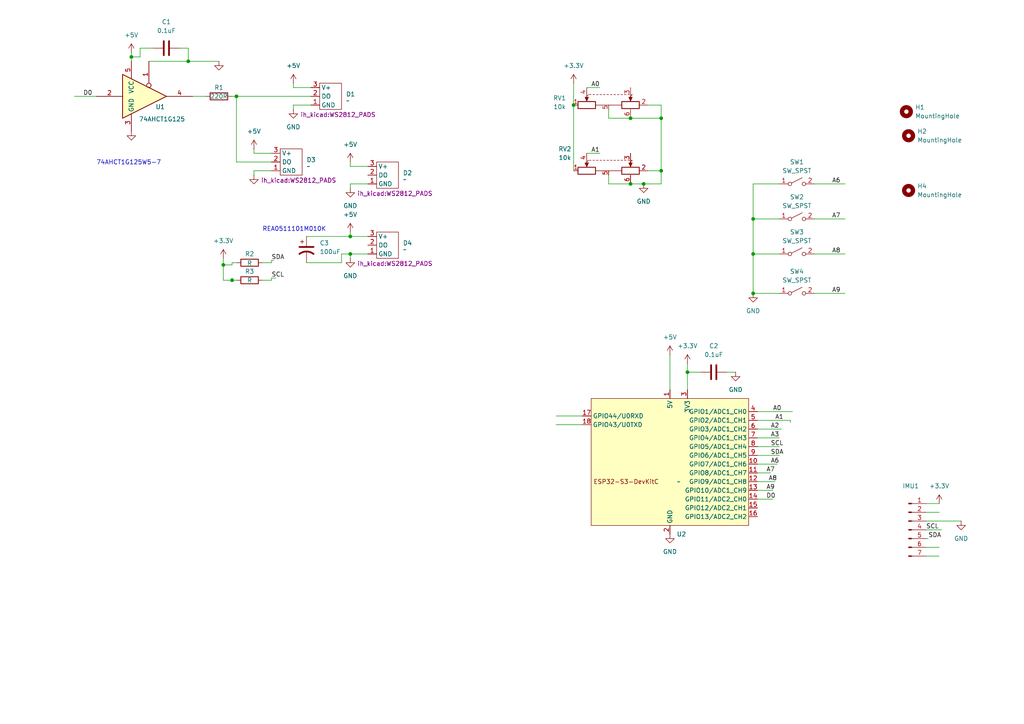
<source format=kicad_sch>
(kicad_sch (version 20231120) (generator "eeschema") (generator_version "8.0")
  (paper "A4")
  (lib_symbols
    (symbol "74xGxx:74AHCT1G125"
      (property "Reference" "U" (at -2.54 3.81 0))
      (property "Value" "74AHCT1G125" (at 0 -3.81 0))
      (symbol "74AHCT1G125_0_1"
        (polyline (pts (xy -7.62 6.35) (xy -7.62 -6.35) (xy 5.08 0) (xy -7.62 6.35)) (stroke (width 0.254)) (fill (type background)))
      )
      (symbol "74AHCT1G125_1_1"
        (pin input inverted (at 0 10.16 270) (length 7.62) (name "~") (number "1"))
        (pin input line (at -15.24 0 0) (length 7.62) (name "~") (number "2"))
        (pin power_in line (at -5.08 -10.16 90) (length 5.08) (name "GND") (number "3"))
        (pin tri_state line (at 12.7 0 180) (length 7.62) (name "~") (number "4"))
        (pin power_in line (at -5.08 10.16 270) (length 5.08) (name "VCC") (number "5"))
      )
    )
    (symbol "Connector:Conn_01x07_Pin" (pin_names (offset 1.016) hide)
      (property "Reference" "J" (at 0 10.16 0))
      (property "Value" "Conn_01x07_Pin" (at 0 -10.16 0))
      (symbol "Conn_01x07_Pin_1_1"
        (polyline (pts (xy 1.27 -7.62) (xy 0.8636 -7.62)) (stroke (width 0.1524)))
        (polyline (pts (xy 1.27 -5.08) (xy 0.8636 -5.08)) (stroke (width 0.1524)))
        (polyline (pts (xy 1.27 -2.54) (xy 0.8636 -2.54)) (stroke (width 0.1524)))
        (polyline (pts (xy 1.27 0) (xy 0.8636 0)) (stroke (width 0.1524)))
        (polyline (pts (xy 1.27 2.54) (xy 0.8636 2.54)) (stroke (width 0.1524)))
        (polyline (pts (xy 1.27 5.08) (xy 0.8636 5.08)) (stroke (width 0.1524)))
        (polyline (pts (xy 1.27 7.62) (xy 0.8636 7.62)) (stroke (width 0.1524)))
        (rectangle (start 0.8636 -7.493) (end 0 -7.747) (stroke (width 0.1524)) (fill (type outline)))
        (rectangle (start 0.8636 -4.953) (end 0 -5.207) (stroke (width 0.1524)) (fill (type outline)))
        (rectangle (start 0.8636 -2.413) (end 0 -2.667) (stroke (width 0.1524)) (fill (type outline)))
        (rectangle (start 0.8636 0.127) (end 0 -0.127) (stroke (width 0.1524)) (fill (type outline)))
        (rectangle (start 0.8636 2.667) (end 0 2.413) (stroke (width 0.1524)) (fill (type outline)))
        (rectangle (start 0.8636 5.207) (end 0 4.953) (stroke (width 0.1524)) (fill (type outline)))
        (rectangle (start 0.8636 7.747) (end 0 7.493) (stroke (width 0.1524)) (fill (type outline)))
        (pin passive line (at 5.08 7.62 180) (length 3.81) (name "Pin_1") (number "1"))
        (pin passive line (at 5.08 5.08 180) (length 3.81) (name "Pin_2") (number "2"))
        (pin passive line (at 5.08 2.54 180) (length 3.81) (name "Pin_3") (number "3"))
        (pin passive line (at 5.08 0 180) (length 3.81) (name "Pin_4") (number "4"))
        (pin passive line (at 5.08 -2.54 180) (length 3.81) (name "Pin_5") (number "5"))
        (pin passive line (at 5.08 -5.08 180) (length 3.81) (name "Pin_6") (number "6"))
        (pin passive line (at 5.08 -7.62 180) (length 3.81) (name "Pin_7") (number "7"))
      )
    )
    (symbol "Device:C" (pin_numbers hide) (pin_names (offset 0.254))
      (property "Reference" "C" (at 0.635 2.54 0))
      (property "Value" "C" (at 0.635 -2.54 0))
      (symbol "C_0_1"
        (polyline (pts (xy -2.032 -0.762) (xy 2.032 -0.762)) (stroke (width 0.508)))
        (polyline (pts (xy -2.032 0.762) (xy 2.032 0.762)) (stroke (width 0.508)))
      )
      (symbol "C_1_1"
        (pin passive line (at 0 3.81 270) (length 2.794) (name "~") (number "1"))
        (pin passive line (at 0 -3.81 90) (length 2.794) (name "~") (number "2"))
      )
    )
    (symbol "Device:C_Polarized_US" (pin_numbers hide) (pin_names (offset 0.254) hide)
      (property "Reference" "C" (at 0.635 2.54 0))
      (property "Value" "C_Polarized_US" (at 0.635 -2.54 0))
      (symbol "C_Polarized_US_0_1"
        (polyline (pts (xy -2.032 0.762) (xy 2.032 0.762)) (stroke (width 0.508)))
        (polyline (pts (xy -1.778 2.286) (xy -0.762 2.286)))
        (polyline (pts (xy -1.27 1.778) (xy -1.27 2.794)))
        (arc (start 2.032 -1.27) (mid 0 -0.5572) (end -2.032 -1.27) (stroke (width 0.508)))
      )
      (symbol "C_Polarized_US_1_1"
        (pin passive line (at 0 3.81 270) (length 2.794) (name "~") (number "1"))
        (pin passive line (at 0 -3.81 90) (length 3.302) (name "~") (number "2"))
      )
    )
    (symbol "Device:R" (pin_numbers hide) (pin_names (offset 0))
      (property "Reference" "R" (at 2.032 0 90))
      (property "Value" "R" (at 0 0 90))
      (symbol "R_0_1"
        (rectangle (start -1.016 -2.54) (end 1.016 2.54) (stroke (width 0.254)))
      )
      (symbol "R_1_1"
        (pin passive line (at 0 3.81 270) (length 1.27) (name "~") (number "1"))
        (pin passive line (at 0 -3.81 90) (length 1.27) (name "~") (number "2"))
      )
    )
    (symbol "Mechanical:MountingHole" (pin_names (offset 1.016)) (exclude_from_sim yes) (in_bom no)
      (property "Reference" "H" (at 0 5.08 0))
      (property "Value" "MountingHole" (at 0 3.175 0))
      (symbol "MountingHole_0_1"
        (circle (center 0 0) (radius 1.27) (stroke (width 1.27)))
      )
    )
    (symbol "Switch:SW_SPST" (pin_names (offset 0) hide)
      (property "Reference" "SW" (at 0 3.175 0))
      (property "Value" "SW_SPST" (at 0 -2.54 0))
      (symbol "SW_SPST_0_0"
        (circle (center -2.032 0) (radius 0.508))
        (polyline (pts (xy -1.524 0.254) (xy 1.524 1.778)))
        (circle (center 2.032 0) (radius 0.508))
      )
      (symbol "SW_SPST_1_1"
        (pin passive line (at -5.08 0 0) (length 2.54) (name "A") (number "1"))
        (pin passive line (at 5.08 0 180) (length 2.54) (name "B") (number "2"))
      )
    )
    (symbol "hattwick:R_Potentiometer_Dual_Wheel" (pin_names (offset 1.016) hide)
      (property "Reference" "RV" (at 0 3.81 0))
      (property "Value" "R_Potentiometer_Dual" (at 0 1.905 0))
      (symbol "R_Potentiometer_Dual_Wheel_0_1"
        (rectangle (start -8.89 -1.524) (end -3.81 -3.556) (stroke (width 0.254)))
        (polyline (pts (xy -6.35 0) (xy -6.35 -1.016)))
        (polyline (pts (xy -6.35 0) (xy -6.35 -1.016)))
        (polyline (pts (xy -6.35 0) (xy -5.842 0.508)))
        (polyline (pts (xy -5.588 0.508) (xy -5.08 0.508)))
        (polyline (pts (xy -4.572 0.508) (xy -4.064 0.508)))
        (polyline (pts (xy -3.81 -2.54) (xy 3.81 -2.54)))
        (polyline (pts (xy -3.556 0.508) (xy -3.048 0.508)))
        (polyline (pts (xy -2.54 0.508) (xy -2.032 0.508)))
        (polyline (pts (xy -1.524 0.508) (xy -1.016 0.508)))
        (polyline (pts (xy -0.508 0.508) (xy 0 0.508)))
        (polyline (pts (xy 0.508 0.508) (xy 1.016 0.508)))
        (polyline (pts (xy 1.524 0.508) (xy 2.032 0.508)))
        (polyline (pts (xy 2.54 0.508) (xy 3.048 0.508)))
        (polyline (pts (xy 3.556 0.508) (xy 4.064 0.508)))
        (polyline (pts (xy 4.572 0.508) (xy 5.08 0.508)))
        (polyline (pts (xy 5.588 0.508) (xy 6.096 0.508)))
        (polyline (pts (xy 6.35 0) (xy 6.35 -1.016)))
        (polyline (pts (xy 6.35 0) (xy 6.35 -1.016)))
        (polyline (pts (xy 6.604 0.508) (xy 6.858 0.508) (xy 6.35 0)))
        (polyline (pts (xy -6.35 -1.397) (xy -6.858 -0.254) (xy -5.842 -0.254) (xy -6.35 -1.397)) (fill (type outline)))
        (polyline (pts (xy 6.35 -1.397) (xy 5.842 -0.254) (xy 6.858 -0.254) (xy 6.35 -1.397)) (fill (type outline)))
        (rectangle (start 3.81 -1.524) (end 8.89 -3.556) (stroke (width 0.254)))
      )
      (symbol "R_Potentiometer_Dual_Wheel_1_0"
        (pin passive line (at 6.35 -6.35 90) (length 2.54) (name "Shield") (number "6"))
      )
      (symbol "R_Potentiometer_Dual_Wheel_1_1"
        (pin passive line (at -10.16 -2.54 0) (length 1.27) (name "1A") (number "1"))
        (pin passive line (at 11.43 -2.54 180) (length 2.54) (name "2B") (number "2"))
        (pin passive line (at 6.35 2.54 270) (length 2.54) (name "2-Wiper") (number "3"))
        (pin passive line (at -6.35 2.54 270) (length 2.54) (name "1-Wiper") (number "4"))
        (pin passive line (at 0 -3.81 90) (length 1.27) (name "Common") (number "5"))
      )
    )
    (symbol "hattwick:WS2812_Pads"
      (property "Reference" "D" (at 3.81 0 0))
      (symbol "WS2812_Pads_0_1"
        (rectangle (start -1.27 3.81) (end 5.08 -3.81))
      )
      (symbol "WS2812_Pads_1_1"
        (pin power_in line (at -3.81 -2.54 0) (length 2.54) (name "GND") (number "1"))
        (pin output line (at -3.81 0 0) (length 2.54) (name "DO") (number "2"))
        (pin power_in line (at -3.81 2.54 0) (length 2.54) (name "V+") (number "3"))
      )
    )
    (symbol "hattwick:Wifiduino-ESP32S3"
      (property "Reference" "U" (at -22.86 46.99 0))
      (symbol "Wifiduino-ESP32S3_0_0"
        (text "ESP32-S3-DevKitC" (at -15.24 0 0) (effects (font (size 1.27 1.27))))
      )
      (symbol "Wifiduino-ESP32S3_0_1"
        (rectangle (start -25.4 24.13) (end 20.32 -12.7) (fill (type background)))
      )
      (symbol "Wifiduino-ESP32S3_1_0"
        (pin bidirectional line (at 22.86 -10.16 180) (length 2.54) (name "GPIO13/ADC2_CH2") (number "16"))
        (pin bidirectional line (at -27.94 19.05 0) (length 2.54) (name "GPIO44/U0RXD") (number "17"))
        (pin bidirectional line (at -27.94 16.51 0) (length 2.54) (name "GPIO43/U0TXD") (number "18"))
        (pin power_in line (at -2.54 -15.24 90) (length 2.54) (name "GND") (number "2"))
        (pin bidirectional line (at 22.86 20.32 180) (length 2.54) (name "GPIO1/ADC1_CH0") (number "4"))
        (pin bidirectional line (at 22.86 17.78 180) (length 2.54) (name "GPIO2/ADC1_CH1") (number "5"))
      )
      (symbol "Wifiduino-ESP32S3_1_1"
        (pin power_in line (at -2.54 26.67 270) (length 2.54) (name "5V") (number "1"))
        (pin bidirectional line (at 22.86 5.08 180) (length 2.54) (name "GPIO7/ADC1_CH6") (number "10"))
        (pin bidirectional line (at 22.86 2.54 180) (length 2.54) (name "GPIO8/ADC1_CH7") (number "11"))
        (pin bidirectional line (at 22.86 0 180) (length 2.54) (name "GPIO9/ADC1_CH8") (number "12"))
        (pin bidirectional line (at 22.86 -2.54 180) (length 2.54) (name "GPIO10/ADC1_CH9") (number "13"))
        (pin bidirectional line (at 22.86 -5.08 180) (length 2.54) (name "GPIO11/ADC2_CH0") (number "14"))
        (pin bidirectional line (at 22.86 -7.62 180) (length 2.54) (name "GPIO12/ADC2_CH1") (number "15"))
        (pin power_in line (at 2.54 26.67 270) (length 2.54) (name "3V3") (number "3"))
        (pin bidirectional line (at 22.86 15.24 180) (length 2.54) (name "GPIO3/ADC1_CH2") (number "6"))
        (pin bidirectional line (at 22.86 12.7 180) (length 2.54) (name "GPIO4/ADC1_CH3") (number "7"))
        (pin bidirectional line (at 22.86 10.16 180) (length 2.54) (name "GPIO5/ADC1_CH4") (number "8"))
        (pin bidirectional line (at 22.86 7.62 180) (length 2.54) (name "GPIO6/ADC1_CH5") (number "9"))
      )
    )
    (symbol "power:+3.3V" (power) (pin_numbers hide) (pin_names (offset 0) hide)
      (property "Value" "+3.3V" (at 0 3.556 0))
      (symbol "+3.3V_0_1"
        (polyline (pts (xy -0.762 1.27) (xy 0 2.54)))
        (polyline (pts (xy 0 0) (xy 0 2.54)))
        (polyline (pts (xy 0 2.54) (xy 0.762 1.27)))
      )
      (symbol "+3.3V_1_1"
        (pin power_in line (at 0 0 90) (length 0) (name "~") (number "1"))
      )
    )
    (symbol "power:+5V" (power) (pin_numbers hide) (pin_names (offset 0) hide)
      (property "Value" "+5V" (at 0 3.556 0))
      (symbol "+5V_0_1"
        (polyline (pts (xy -0.762 1.27) (xy 0 2.54)))
        (polyline (pts (xy 0 0) (xy 0 2.54)))
        (polyline (pts (xy 0 2.54) (xy 0.762 1.27)))
      )
      (symbol "+5V_1_1"
        (pin power_in line (at 0 0 90) (length 0) (name "~") (number "1"))
      )
    )
    (symbol "power:GND" (power) (pin_numbers hide) (pin_names (offset 0) hide)
      (property "Value" "GND" (at 0 -3.81 0))
      (symbol "GND_0_1"
        (polyline (pts (xy 0 0) (xy 0 -1.27) (xy 1.27 -1.27) (xy 0 -2.54) (xy -1.27 -1.27) (xy 0 -1.27)))
      )
      (symbol "GND_1_1"
        (pin power_in line (at 0 0 270) (length 0) (name "~") (number "1"))
      )
    )
  )
  (junction (at 218.44 73.66))
  (junction (at 166.37 30.48))
  (junction (at 68.58 27.94))
  (junction (at 64.77 76.835))
  (junction (at 199.39 107.95))
  (junction (at 182.88 53.34))
  (junction (at 186.69 53.34))
  (junction (at 218.44 63.5))
  (junction (at 101.6 68.58))
  (junction (at 218.44 85.09))
  (junction (at 191.77 49.53))
  (junction (at 38.1 16.51))
  (junction (at 54.61 17.78))
  (junction (at 101.6 73.66))
  (junction (at 67.31 81.28))
  (junction (at 182.88 34.29))
  (junction (at 191.77 34.29))
  (wire (pts (xy 101.6 48.26) (xy 101.6 46.99)))
  (wire (pts (xy 90.17 25.4) (xy 85.09 25.4)))
  (wire (pts (xy 176.53 34.29) (xy 182.88 34.29)))
  (wire (pts (xy 219.71 134.62) (xy 225.425 134.62)))
  (wire (pts (xy 219.71 144.78) (xy 224.155 144.78)))
  (wire (pts (xy 219.71 121.92) (xy 229.235 121.92)))
  (wire (pts (xy 219.71 129.54) (xy 226.06 129.54)))
  (wire (pts (xy 229.235 121.92) (xy 229.235 122.555)))
  (wire (pts (xy 99.06 76.2) (xy 99.06 73.66)))
  (wire (pts (xy 199.39 107.95) (xy 199.39 113.03)))
  (wire (pts (xy 73.66 49.53) (xy 73.66 50.8)))
  (wire (pts (xy 191.77 53.34) (xy 191.77 49.53)))
  (wire (pts (xy 199.39 105.41) (xy 199.39 107.95)))
  (wire (pts (xy 106.68 48.26) (xy 101.6 48.26)))
  (wire (pts (xy 38.1 15.24) (xy 38.1 16.51)))
  (wire (pts (xy 166.37 30.48) (xy 166.37 49.53)))
  (wire (pts (xy 186.69 53.34) (xy 191.77 53.34)))
  (wire (pts (xy 218.44 63.5) (xy 218.44 73.66)))
  (wire (pts (xy 219.71 139.7) (xy 224.79 139.7)))
  (wire (pts (xy 176.53 31.75) (xy 176.53 34.29)))
  (wire (pts (xy 52.07 13.97) (xy 54.61 13.97)))
  (wire (pts (xy 76.2 76.2) (xy 78.74 76.2)))
  (wire (pts (xy 218.44 73.66) (xy 218.44 85.09)))
  (wire (pts (xy 54.61 17.78) (xy 63.5 17.78)))
  (wire (pts (xy 219.71 124.46) (xy 226.695 124.46)))
  (wire (pts (xy 191.77 49.53) (xy 191.77 34.29)))
  (wire (pts (xy 106.68 68.58) (xy 101.6 68.58)))
  (wire (pts (xy 219.71 119.38) (xy 229.87 119.38)))
  (wire (pts (xy 219.71 137.16) (xy 223.52 137.16)))
  (wire (pts (xy 64.77 76.835) (xy 64.77 81.28)))
  (wire (pts (xy 78.74 49.53) (xy 73.66 49.53)))
  (wire (pts (xy 78.74 80.645) (xy 80.01 80.645)))
  (wire (pts (xy 73.66 44.45) (xy 73.66 43.18)))
  (wire (pts (xy 64.77 76.835) (xy 67.31 76.835)))
  (wire (pts (xy 67.31 81.28) (xy 68.58 81.28)))
  (wire (pts (xy 44.45 13.97) (xy 40.64 13.97)))
  (wire (pts (xy 199.39 107.95) (xy 203.2 107.95)))
  (wire (pts (xy 268.605 146.05) (xy 272.415 146.05)))
  (wire (pts (xy 64.77 74.93) (xy 64.77 76.835)))
  (wire (pts (xy 236.22 85.09) (xy 245.11 85.09)))
  (wire (pts (xy 268.605 153.67) (xy 273.05 153.67)))
  (wire (pts (xy 67.31 81.28) (xy 67.31 80.645)))
  (wire (pts (xy 106.68 73.66) (xy 101.6 73.66)))
  (wire (pts (xy 170.18 25.4) (xy 173.99 25.4)))
  (wire (pts (xy 78.74 76.2) (xy 78.74 75.565)))
  (wire (pts (xy 21.59 27.94) (xy 27.94 27.94)))
  (wire (pts (xy 106.68 53.34) (xy 101.6 53.34)))
  (wire (pts (xy 218.44 53.34) (xy 218.44 63.5)))
  (wire (pts (xy 85.09 25.4) (xy 85.09 24.13)))
  (wire (pts (xy 88.9 68.58) (xy 101.6 68.58)))
  (wire (pts (xy 101.6 73.66) (xy 101.6 74.93)))
  (wire (pts (xy 54.61 13.97) (xy 54.61 17.78)))
  (wire (pts (xy 88.9 76.2) (xy 99.06 76.2)))
  (wire (pts (xy 219.71 127) (xy 226.06 127)))
  (wire (pts (xy 101.6 53.34) (xy 101.6 54.61)))
  (wire (pts (xy 166.37 24.13) (xy 166.37 30.48)))
  (wire (pts (xy 67.31 76.2) (xy 68.58 76.2)))
  (wire (pts (xy 40.64 16.51) (xy 38.1 16.51)))
  (wire (pts (xy 219.71 142.24) (xy 224.155 142.24)))
  (wire (pts (xy 176.53 53.34) (xy 182.88 53.34)))
  (wire (pts (xy 43.18 17.78) (xy 54.61 17.78)))
  (wire (pts (xy 268.605 151.13) (xy 278.765 151.13)))
  (wire (pts (xy 55.88 27.94) (xy 59.69 27.94)))
  (wire (pts (xy 78.74 81.28) (xy 78.74 80.645)))
  (wire (pts (xy 101.6 68.58) (xy 101.6 67.31)))
  (wire (pts (xy 40.64 13.97) (xy 40.64 16.51)))
  (wire (pts (xy 268.605 161.29) (xy 272.415 161.29)))
  (wire (pts (xy 78.74 44.45) (xy 73.66 44.45)))
  (wire (pts (xy 170.18 44.45) (xy 173.99 44.45)))
  (wire (pts (xy 191.77 30.48) (xy 191.77 34.29)))
  (wire (pts (xy 210.82 107.95) (xy 213.36 107.95)))
  (wire (pts (xy 236.22 73.66) (xy 245.11 73.66)))
  (wire (pts (xy 78.74 75.565) (xy 79.375 75.565)))
  (wire (pts (xy 187.96 49.53) (xy 191.77 49.53)))
  (wire (pts (xy 219.71 132.08) (xy 226.06 132.08)))
  (wire (pts (xy 68.58 46.99) (xy 68.58 27.94)))
  (wire (pts (xy 176.53 50.8) (xy 176.53 53.34)))
  (wire (pts (xy 236.22 63.5) (xy 245.11 63.5)))
  (wire (pts (xy 218.44 85.09) (xy 226.06 85.09)))
  (wire (pts (xy 67.31 76.835) (xy 67.31 76.2)))
  (wire (pts (xy 161.29 123.19) (xy 168.91 123.19)))
  (wire (pts (xy 85.09 30.48) (xy 85.09 31.75)))
  (wire (pts (xy 67.31 27.94) (xy 68.58 27.94)))
  (wire (pts (xy 90.17 30.48) (xy 85.09 30.48)))
  (wire (pts (xy 99.06 73.66) (xy 101.6 73.66)))
  (wire (pts (xy 218.44 53.34) (xy 226.06 53.34)))
  (wire (pts (xy 182.88 53.34) (xy 186.69 53.34)))
  (wire (pts (xy 76.2 81.28) (xy 78.74 81.28)))
  (wire (pts (xy 191.77 34.29) (xy 182.88 34.29)))
  (wire (pts (xy 268.605 156.21) (xy 269.24 156.21)))
  (wire (pts (xy 218.44 63.5) (xy 226.06 63.5)))
  (wire (pts (xy 161.29 120.65) (xy 168.91 120.65)))
  (wire (pts (xy 187.96 30.48) (xy 191.77 30.48)))
  (wire (pts (xy 38.1 16.51) (xy 38.1 17.78)))
  (wire (pts (xy 268.605 148.59) (xy 272.415 148.59)))
  (wire (pts (xy 218.44 73.66) (xy 226.06 73.66)))
  (wire (pts (xy 78.74 46.99) (xy 68.58 46.99)))
  (wire (pts (xy 194.31 102.87) (xy 194.31 113.03)))
  (wire (pts (xy 68.58 27.94) (xy 90.17 27.94)))
  (wire (pts (xy 236.22 53.34) (xy 245.11 53.34)))
  (wire (pts (xy 268.605 158.75) (xy 272.415 158.75)))
  (wire (pts (xy 64.77 81.28) (xy 67.31 81.28)))
  (text "REA0511101M010K" (at 85.344 66.548 0) (effects (font (size 1.27 1.27))))
  (text "74AHCT1G125W5-7" (at 37.338 47.244 0) (effects (font (size 1.27 1.27))))
  (label "A9" (at 222.25 142.24 0))
  (label "A8" (at 241.3 73.66 0))
  (label "SCL" (at 223.52 129.54 0))
  (label "A1" (at 171.45 44.45 0))
  (label "SDA" (at 269.24 156.21 0))
  (label "SDA" (at 78.74 75.565 0))
  (label "D0" (at 24.13 27.94 0))
  (label "A2" (at 223.52 124.46 0))
  (label "A0" (at 224.155 119.38 0))
  (label "SCL" (at 78.74 80.645 0))
  (label "A3" (at 223.52 127 0))
  (label "A7" (at 241.3 63.5 0))
  (label "A6" (at 241.3 53.34 0))
  (label "A9" (at 241.3 85.09 0))
  (label "A8" (at 222.885 139.7 0))
  (label "A7" (at 222.25 137.16 0))
  (label "D0" (at 222.25 144.78 0))
  (label "A6" (at 223.52 134.62 0))
  (label "SCL" (at 268.605 153.67 0))
  (label "SDA" (at 223.52 132.08 0))
  (label "A1" (at 224.79 121.92 0))
  (label "A0" (at 171.45 25.4 0))
  (symbol (lib_id "power:GND") (at 101.6 74.93 0) (unit 1)
    (property "Reference" "#PWR017" (effects (hide yes)))
    (property "Value" "GND" (at 101.6 80.01 0))
    (property "Description" "Power symbol creates a global label with name \"GND\" , ground" (effects (hide yes)))
  )
  (symbol (lib_id "power:GND") (at 73.66 50.8 0) (unit 1)
    (property "Reference" "#PWR015" (effects (hide yes)))
    (property "Value" "GND" (effects (hide yes)))
    (property "Description" "Power symbol creates a global label with name \"GND\" , ground" (effects (hide yes)))
  )
  (symbol (lib_id "Device:C") (at 48.26 13.97 90) (unit 1)
    (property "Reference" "C1" (at 48.26 6.35 90))
    (property "Value" "0.1uF" (at 48.26 8.89 90))
    (property "Footprint" "Capacitor_THT:C_Disc_D5.1mm_W3.2mm_P5.00mm" (effects (hide yes)))
    (property "Description" "Unpolarized capacitor" (effects (hide yes)))
  )
  (symbol (lib_id "power:+5V") (at 38.1 15.24 0) (unit 1)
    (property "Reference" "#PWR014" (effects (hide yes)))
    (property "Value" "+5V" (at 38.1 10.16 0))
    (property "Description" "Power symbol creates a global label with name \"+5V\"" (effects (hide yes)))
  )
  (symbol (lib_id "power:+3.3V") (at 272.415 146.05 0) (unit 1)
    (property "Reference" "#PWR019" (effects (hide yes)))
    (property "Value" "+3.3V" (at 272.415 140.97 0))
    (property "Description" "Power symbol creates a global label with name \"+3.3V\"" (effects (hide yes)))
  )
  (symbol (lib_id "power:+5V") (at 73.66 43.18 0) (unit 1)
    (property "Reference" "#PWR011" (effects (hide yes)))
    (property "Value" "+5V" (at 73.66 38.1 0))
    (property "Description" "Power symbol creates a global label with name \"+5V\"" (effects (hide yes)))
  )
  (symbol (lib_id "power:GND") (at 101.6 54.61 0) (unit 1)
    (property "Reference" "#PWR05" (effects (hide yes)))
    (property "Value" "GND" (at 101.6 59.69 0))
    (property "Description" "Power symbol creates a global label with name \"GND\" , ground" (effects (hide yes)))
  )
  (symbol (lib_id "power:GND") (at 186.69 53.34 0) (unit 1)
    (property "Reference" "#PWR018" (effects (hide yes)))
    (property "Value" "GND" (at 186.69 58.42 0))
    (property "Description" "Power symbol creates a global label with name \"GND\" , ground" (effects (hide yes)))
  )
  (symbol (lib_id "power:+5V") (at 101.6 67.31 0) (unit 1)
    (property "Reference" "#PWR016" (effects (hide yes)))
    (property "Value" "+5V" (at 101.6 62.23 0))
    (property "Description" "Power symbol creates a global label with name \"+5V\"" (effects (hide yes)))
  )
  (symbol (lib_id "Device:R") (at 72.39 76.2 90) (unit 1)
    (property "Reference" "R2" (at 72.39 73.66 90))
    (property "Value" "R" (at 72.39 76.327 90))
    (property "Footprint" "Resistor_THT:R_Axial_DIN0204_L3.6mm_D1.6mm_P7.62mm_Horizontal" (effects (hide yes)))
    (property "Description" "Resistor" (effects (hide yes)))
  )
  (symbol (lib_id "Device:C_Polarized_US") (at 88.9 72.39 0) (unit 1)
    (property "Reference" "C3" (at 92.71 70.4849 0) (effects (justify left)))
    (property "Value" "100uF" (at 92.71 73.0249 0) (effects (justify left)))
    (property "Footprint" "Capacitor_THT:CP_Radial_D5.0mm_P2.00mm" (effects (hide yes)))
    (property "Description" "Polarized capacitor, US symbol" (effects (hide yes)))
  )
  (symbol (lib_id "Mechanical:MountingHole") (at 263.525 39.37 0) (unit 1)
    (property "Reference" "H2" (at 266.065 38.1 0) (effects (justify left)))
    (property "Value" "MountingHole" (at 266.065 40.64 0) (effects (justify left)))
    (property "Footprint" "MountingHole:MountingHole_3.2mm_M3" (effects (hide yes)))
    (property "Description" "Mounting Hole without connection" (effects (hide yes)))
  )
  (symbol (lib_id "power:GND") (at 278.765 151.13 0) (unit 1)
    (property "Reference" "#PWR020" (effects (hide yes)))
    (property "Value" "GND" (at 278.765 156.21 0))
    (property "Description" "Power symbol creates a global label with name \"GND\" , ground" (effects (hide yes)))
  )
  (symbol (lib_id "power:+3.3V") (at 166.37 24.13 0) (unit 1)
    (property "Reference" "#PWR021" (effects (hide yes)))
    (property "Value" "+3.3V" (at 166.37 19.05 0))
    (property "Description" "Power symbol creates a global label with name \"+3.3V\"" (effects (hide yes)))
  )
  (symbol (lib_id "Device:R") (at 72.39 81.28 90) (unit 1)
    (property "Reference" "R3" (at 72.39 78.74 90))
    (property "Value" "R" (at 72.39 81.28 90))
    (property "Footprint" "Resistor_THT:R_Axial_DIN0204_L3.6mm_D1.6mm_P7.62mm_Horizontal" (effects (hide yes)))
    (property "Description" "Resistor" (effects (hide yes)))
  )
  (symbol (lib_id "hattwick:WS2812_Pads") (at 110.49 50.8 0) (unit 1)
    (property "Reference" "D2" (at 116.84 50.1649 0) (effects (justify left)))
    (property "Value" "~" (at 116.84 52.07 0) (effects (justify left)))
    (property "Footprint" "ih_kicad:WS2812_PADS" (at 114.554 56.134 0))
  )
  (symbol (lib_id "hattwick:WS2812_Pads") (at 110.49 71.12 0) (unit 1)
    (property "Reference" "D4" (at 116.84 70.4849 0) (effects (justify left)))
    (property "Value" "~" (at 116.84 72.39 0) (effects (justify left)))
    (property "Footprint" "ih_kicad:WS2812_PADS" (at 114.554 76.454 0))
  )
  (symbol (lib_id "Mechanical:MountingHole") (at 263.525 55.245 0) (unit 1)
    (property "Reference" "H4" (at 266.065 53.975 0) (effects (justify left)))
    (property "Value" "MountingHole" (at 266.065 56.515 0) (effects (justify left)))
    (property "Footprint" "MountingHole:MountingHole_3.2mm_M3" (effects (hide yes)))
    (property "Description" "Mounting Hole without connection" (effects (hide yes)))
  )
  (symbol (lib_id "hattwick:Wifiduino-ESP32S3") (at 196.85 139.7 0) (unit 1)
    (property "Reference" "U2" (at 196.2659 154.94 0) (effects (justify left)))
    (property "Value" "~" (at 196.85 139.7 0))
    (property "Footprint" "ih_kicad:Wifiduino-ESP32S3-SMD" (effects (hide yes)))
  )
  (symbol (lib_id "power:GND") (at 85.09 31.75 0) (unit 1)
    (property "Reference" "#PWR012" (effects (hide yes)))
    (property "Value" "GND" (at 85.09 36.83 0))
    (property "Description" "Power symbol creates a global label with name \"GND\" , ground" (effects (hide yes)))
  )
  (symbol (lib_id "Switch:SW_SPST") (at 231.14 85.09 0) (unit 1)
    (property "Reference" "SW4" (at 231.14 78.74 0))
    (property "Value" "SW_SPST" (at 231.14 81.28 0))
    (property "Footprint" "Button_Switch_Keyboard:SW_Cherry_MX_1.00u_PCB" (effects (hide yes)))
    (property "Description" "Single Pole Single Throw (SPST) switch" (effects (hide yes)))
  )
  (symbol (lib_id "hattwick:WS2812_Pads") (at 93.98 27.94 0) (unit 1)
    (property "Reference" "D1" (at 100.33 27.3049 0) (effects (justify left)))
    (property "Value" "~" (at 100.33 29.21 0) (effects (justify left)))
    (property "Footprint" "ih_kicad:WS2812_PADS" (at 98.044 33.274 0))
  )
  (symbol (lib_id "Switch:SW_SPST") (at 231.14 53.34 0) (unit 1)
    (property "Reference" "SW1" (at 231.14 46.99 0))
    (property "Value" "SW_SPST" (at 231.14 49.53 0))
    (property "Footprint" "Button_Switch_Keyboard:SW_Cherry_MX_1.00u_PCB" (effects (hide yes)))
    (property "Description" "Single Pole Single Throw (SPST) switch" (effects (hide yes)))
  )
  (symbol (lib_id "power:+5V") (at 85.09 24.13 0) (unit 1)
    (property "Reference" "#PWR06" (effects (hide yes)))
    (property "Value" "+5V" (at 85.09 19.05 0))
    (property "Description" "Power symbol creates a global label with name \"+5V\"" (effects (hide yes)))
  )
  (symbol (lib_id "Device:R") (at 63.5 27.94 90) (unit 1)
    (property "Reference" "R1" (at 63.5 25.4 90))
    (property "Value" "220R" (at 63.5 27.94 90))
    (property "Footprint" "Resistor_THT:R_Axial_DIN0204_L3.6mm_D1.6mm_P7.62mm_Horizontal" (effects (hide yes)))
    (property "Description" "Resistor" (effects (hide yes)))
  )
  (symbol (lib_id "power:+3.3V") (at 199.39 105.41 0) (unit 1)
    (property "Reference" "#PWR02" (effects (hide yes)))
    (property "Value" "+3.3V" (at 199.39 100.33 0))
    (property "Description" "Power symbol creates a global label with name \"+3.3V\"" (effects (hide yes)))
  )
  (symbol (lib_id "Switch:SW_SPST") (at 231.14 63.5 0) (unit 1)
    (property "Reference" "SW2" (at 231.14 57.15 0))
    (property "Value" "SW_SPST" (at 231.14 59.69 0))
    (property "Footprint" "Button_Switch_Keyboard:SW_Cherry_MX_1.00u_PCB" (effects (hide yes)))
    (property "Description" "Single Pole Single Throw (SPST) switch" (effects (hide yes)))
  )
  (symbol (lib_id "power:GND") (at 194.31 154.94 0) (unit 1)
    (property "Reference" "#PWR01" (effects (hide yes)))
    (property "Value" "GND" (at 194.31 160.02 0))
    (property "Description" "Power symbol creates a global label with name \"GND\" , ground" (effects (hide yes)))
  )
  (symbol (lib_id "74xGxx:74AHCT1G125") (at 43.18 27.94 0) (unit 1)
    (property "Reference" "U1" (at 46.482 30.988 0))
    (property "Value" "74AHCT1G125" (at 46.99 34.544 0))
    (property "Footprint" "Package_TO_SOT_SMD:TSOT-23-5_HandSoldering" (effects (hide yes)))
    (property "Datasheet" "http://www.ti.com/lit/sg/scyt129e/scyt129e.pdf" (effects (hide yes)))
    (property "Description" "Single Buffer Gate Tri-State, Low-Voltage CMOS" (effects (hide yes)))
  )
  (symbol (lib_id "power:+3.3V") (at 64.77 74.93 0) (unit 1)
    (property "Reference" "#PWR03" (effects (hide yes)))
    (property "Value" "+3.3V" (at 64.77 69.85 0))
    (property "Description" "Power symbol creates a global label with name \"+3.3V\"" (effects (hide yes)))
  )
  (symbol (lib_id "power:+5V") (at 101.6 46.99 0) (unit 1)
    (property "Reference" "#PWR04" (effects (hide yes)))
    (property "Value" "+5V" (at 101.6 41.91 0))
    (property "Description" "Power symbol creates a global label with name \"+5V\"" (effects (hide yes)))
  )
  (symbol (lib_id "hattwick:R_Potentiometer_Dual_Wheel") (at 176.53 46.99 0) (unit 1)
    (property "Reference" "RV2" (at 163.83 43.2114 0))
    (property "Value" "10k" (at 163.83 45.7514 0))
    (property "Footprint" "ih_kicad:potentiometer_wheel_10mm_SMD-shield" (effects (hide yes)))
    (property "Description" "Dual potentiometer" (effects (hide yes)))
  )
  (symbol (lib_id "power:+5V") (at 194.31 102.87 0) (unit 1)
    (property "Reference" "#PWR010" (effects (hide yes)))
    (property "Value" "+5V" (at 194.31 97.79 0))
    (property "Description" "Power symbol creates a global label with name \"+5V\"" (effects (hide yes)))
  )
  (symbol (lib_id "Mechanical:MountingHole") (at 262.89 32.385 0) (unit 1)
    (property "Reference" "H1" (at 265.43 31.115 0) (effects (justify left)))
    (property "Value" "MountingHole" (at 265.43 33.655 0) (effects (justify left)))
    (property "Footprint" "MountingHole:MountingHole_3.2mm_M3" (effects (hide yes)))
    (property "Description" "Mounting Hole without connection" (effects (hide yes)))
  )
  (symbol (lib_id "power:GND") (at 38.1 38.1 0) (unit 1)
    (property "Reference" "#PWR07" (effects (hide yes)))
    (property "Value" "GND" (effects (hide yes)))
    (property "Description" "Power symbol creates a global label with name \"GND\" , ground" (effects (hide yes)))
  )
  (symbol (lib_id "power:GND") (at 213.36 107.95 0) (unit 1)
    (property "Reference" "#PWR09" (effects (hide yes)))
    (property "Value" "GND" (at 213.36 113.03 0))
    (property "Description" "Power symbol creates a global label with name \"GND\" , ground" (effects (hide yes)))
  )
  (symbol (lib_id "Connector:Conn_01x07_Pin") (at 263.525 153.67 0) (unit 1)
    (property "Reference" "IMU1" (at 264.16 140.97 0))
    (property "Value" "Conn_01x07_Pin" (effects (hide yes)))
    (property "Footprint" "Connector_PinHeader_2.54mm:PinHeader_1x07_P2.54mm_Vertical" (effects (hide yes)))
    (property "Description" "Generic connector, single row, 01x07, script generated" (effects (hide yes)))
  )
  (symbol (lib_id "Switch:SW_SPST") (at 231.14 73.66 0) (unit 1)
    (property "Reference" "SW3" (at 231.14 67.31 0))
    (property "Value" "SW_SPST" (at 231.14 69.85 0))
    (property "Footprint" "Button_Switch_Keyboard:SW_Cherry_MX_1.00u_PCB" (effects (hide yes)))
    (property "Description" "Single Pole Single Throw (SPST) switch" (effects (hide yes)))
  )
  (symbol (lib_id "hattwick:WS2812_Pads") (at 82.55 46.99 0) (unit 1)
    (property "Reference" "D3" (at 88.9 46.3549 0) (effects (justify left)))
    (property "Value" "~" (at 88.9 48.26 0) (effects (justify left)))
    (property "Footprint" "ih_kicad:WS2812_PADS" (at 86.614 52.324 0))
  )
  (symbol (lib_id "hattwick:R_Potentiometer_Dual_Wheel") (at 176.53 27.94 0) (unit 1)
    (property "Reference" "RV1" (at 162.306 28.448 0))
    (property "Value" "10k" (at 162.306 30.988 0))
    (property "Footprint" "ih_kicad:potentiometer_wheel_10mm_SMD-shield" (effects (hide yes)))
    (property "Description" "Dual potentiometer" (effects (hide yes)))
  )
  (symbol (lib_id "Device:C") (at 207.01 107.95 270) (unit 1)
    (property "Reference" "C2" (at 207.01 100.33 90))
    (property "Value" "0.1uF" (at 207.01 102.87 90))
    (property "Footprint" "Capacitor_THT:C_Disc_D5.1mm_W3.2mm_P5.00mm" (effects (hide yes)))
    (property "Description" "Unpolarized capacitor" (effects (hide yes)))
  )
  (symbol (lib_id "power:GND") (at 63.5 17.78 0) (unit 1)
    (property "Reference" "#PWR08" (effects (hide yes)))
    (property "Value" "GND" (effects (hide yes)))
    (property "Description" "Power symbol creates a global label with name \"GND\" , ground" (effects (hide yes)))
  )
  (symbol (lib_id "power:GND") (at 218.44 85.09 0) (unit 1)
    (property "Reference" "#PWR013" (effects (hide yes)))
    (property "Value" "GND" (at 218.44 90.17 0))
    (property "Description" "Power symbol creates a global label with name \"GND\" , ground" (effects (hide yes)))
  )
)
</source>
